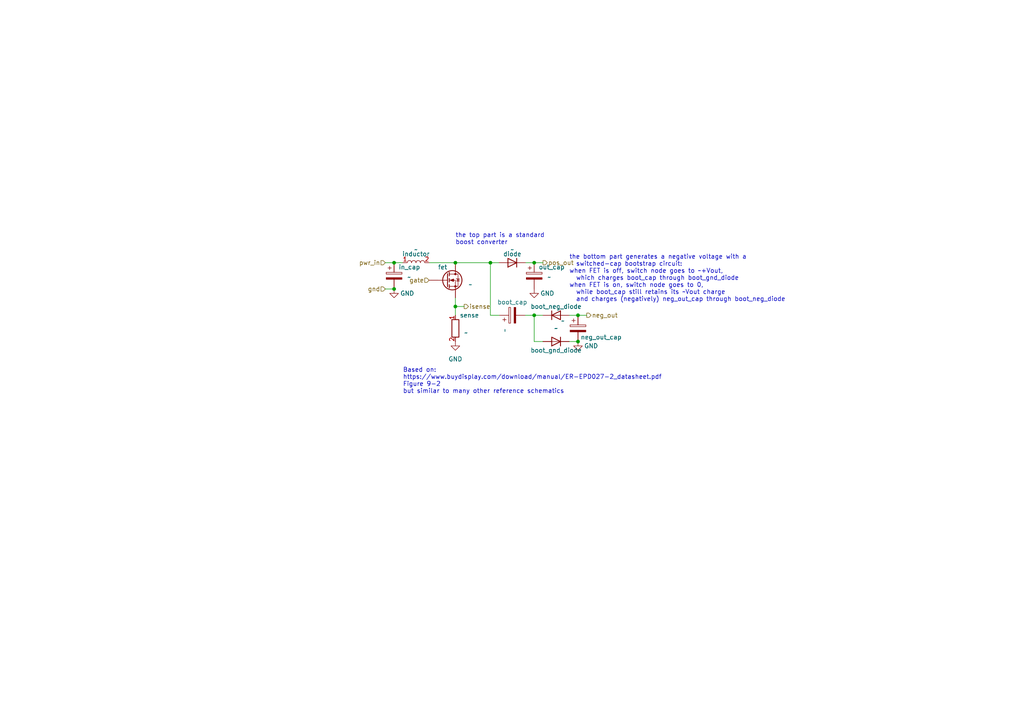
<source format=kicad_sch>
(kicad_sch (version 20230121) (generator eeschema)
  (paper "A4")
  (lib_symbols
    (symbol "C_Polarized_1" (pin_numbers hide) (pin_names (offset 0.254))
      (property "Reference" "C" (at 0.635 2.54 0))
      (property "Value" "C_Polarized" (at 0.635 -2.54 0))
      (symbol "C_Polarized_1_0_1"
        (rectangle (start -2.286 0.508) (end 2.286 1.016))
        (polyline (pts (xy -1.778 2.286) (xy -0.762 2.286)))
        (polyline (pts (xy -1.27 2.794) (xy -1.27 1.778)))
        (rectangle (start 2.286 -0.508) (end -2.286 -1.016) (fill (type outline)))
      )
      (symbol "C_Polarized_1_1_1"
        (pin passive line (at 0 3.81 270) (length 2.794) (name "~") (number "1"))
        (pin passive line (at 0 -3.81 90) (length 2.794) (name "~") (number "2"))
      )
    )
    (symbol "Device:C_Polarized" (pin_numbers hide) (pin_names (offset 0.254))
      (property "Reference" "C" (at 0.635 2.54 0))
      (property "Value" "C_Polarized" (at 0.635 -2.54 0))
      (symbol "C_Polarized_0_1"
        (rectangle (start -2.286 0.508) (end 2.286 1.016))
        (polyline (pts (xy -1.778 2.286) (xy -0.762 2.286)))
        (polyline (pts (xy -1.27 2.794) (xy -1.27 1.778)))
        (rectangle (start 2.286 -0.508) (end -2.286 -1.016) (fill (type outline)))
      )
      (symbol "C_Polarized_1_1"
        (pin passive line (at 0 3.81 270) (length 2.794) (name "~") (number "1"))
        (pin passive line (at 0 -3.81 90) (length 2.794) (name "~") (number "2"))
      )
    )
    (symbol "Device:D" (pin_numbers hide) (pin_names (offset 1.016) hide)
      (property "Reference" "D" (at 0 2.54 0))
      (property "Value" "D" (at 0 -2.54 0))
      (symbol "D_0_1"
        (polyline (pts (xy -1.27 1.27) (xy -1.27 -1.27)) (stroke (width 0.254)))
        (polyline (pts (xy 1.27 0) (xy -1.27 0)))
        (polyline (pts (xy 1.27 1.27) (xy 1.27 -1.27) (xy -1.27 0) (xy 1.27 1.27)) (stroke (width 0.254)))
      )
      (symbol "D_1_1"
        (pin passive line (at -3.81 0 0) (length 2.54) (name "K") (number "1"))
        (pin passive line (at 3.81 0 180) (length 2.54) (name "A") (number "2"))
      )
    )
    (symbol "Device:L" (pin_names (offset 1.016) hide)
      (property "Reference" "L" (at -1.27 0 90))
      (property "Value" "L" (at 1.905 0 90))
      (symbol "L_0_1"
        (arc (start 0 -2.54) (mid 0.6323 -1.905) (end 0 -1.27))
        (arc (start 0 -1.27) (mid 0.6323 -0.635) (end 0 0))
        (arc (start 0 0) (mid 0.6323 0.635) (end 0 1.27))
        (arc (start 0 1.27) (mid 0.6323 1.905) (end 0 2.54))
      )
      (symbol "L_1_1"
        (pin passive line (at 0 3.81 270) (length 1.27) (name "1") (number "1"))
        (pin passive line (at 0 -3.81 90) (length 1.27) (name "2") (number "2"))
      )
    )
    (symbol "Device:Q_NMOS_DGS" (pin_numbers hide) (pin_names (offset 0) hide)
      (property "Reference" "Q" (at 5.08 1.27 0))
      (property "Value" "Q_NMOS_DGS" (at 5.08 -1.27 0))
      (symbol "Q_NMOS_DGS_0_1"
        (polyline (pts (xy 0.254 0) (xy -2.54 0)))
        (polyline (pts (xy 0.254 1.905) (xy 0.254 -1.905)) (stroke (width 0.254)))
        (polyline (pts (xy 0.762 -1.27) (xy 0.762 -2.286)) (stroke (width 0.254)))
        (polyline (pts (xy 0.762 0.508) (xy 0.762 -0.508)) (stroke (width 0.254)))
        (polyline (pts (xy 0.762 2.286) (xy 0.762 1.27)) (stroke (width 0.254)))
        (polyline (pts (xy 2.54 2.54) (xy 2.54 1.778)))
        (polyline (pts (xy 2.54 -2.54) (xy 2.54 0) (xy 0.762 0)))
        (polyline (pts (xy 0.762 -1.778) (xy 3.302 -1.778) (xy 3.302 1.778) (xy 0.762 1.778)))
        (polyline (pts (xy 1.016 0) (xy 2.032 0.381) (xy 2.032 -0.381) (xy 1.016 0)) (fill (type outline)))
        (polyline (pts (xy 2.794 0.508) (xy 2.921 0.381) (xy 3.683 0.381) (xy 3.81 0.254)))
        (polyline (pts (xy 3.302 0.381) (xy 2.921 -0.254) (xy 3.683 -0.254) (xy 3.302 0.381)))
        (circle (center 1.651 0) (radius 2.794) (stroke (width 0.254)))
        (circle (center 2.54 -1.778) (radius 0.254) (fill (type outline)))
        (circle (center 2.54 1.778) (radius 0.254) (fill (type outline)))
      )
      (symbol "Q_NMOS_DGS_1_1"
        (pin passive line (at 2.54 5.08 270) (length 2.54) (name "D") (number "1"))
        (pin input line (at -5.08 0 0) (length 2.54) (name "G") (number "2"))
        (pin passive line (at 2.54 -5.08 90) (length 2.54) (name "S") (number "3"))
      )
    )
    (symbol "Device:R" (pin_names (offset 0))
      (property "Reference" "R" (at 2.032 0 90))
      (property "Value" "R" (at 0 0 90))
      (symbol "R_0_1"
        (rectangle (start -1.016 -2.54) (end 1.016 2.54) (stroke (width 0.254)))
      )
      (symbol "R_1_1"
        (pin passive line (at 0 3.81 270) (length 1.27) (name "~") (number "1"))
        (pin passive line (at 0 -3.81 90) (length 1.27) (name "~") (number "2"))
      )
    )
    (symbol "power:GND" (power) (pin_names (offset 0))
      (property "Value" "GND" (at 0 -3.81 0))
      (symbol "GND_0_1"
        (polyline (pts (xy 0 0) (xy 0 -1.27) (xy 1.27 -1.27) (xy 0 -2.54) (xy -1.27 -1.27) (xy 0 -1.27)))
      )
      (symbol "GND_1_1"
        (pin power_in line (at 0 0 270) (length 0) hide (name "GND") (number "1"))
      )
    )
  )
  (junction (at 167.64 91.44))
  (junction (at 142.24 76.2))
  (junction (at 132.08 76.2))
  (junction (at 154.94 91.44))
  (junction (at 167.64 99.06))
  (junction (at 114.3 83.82))
  (junction (at 154.94 76.2))
  (junction (at 114.3 76.2))
  (junction (at 132.08 88.9))
  (wire (pts (xy 142.24 91.44) (xy 144.78 91.44)))
  (wire (pts (xy 124.46 76.2) (xy 132.08 76.2)))
  (wire (pts (xy 154.94 99.06) (xy 157.48 99.06)))
  (wire (pts (xy 111.76 76.2) (xy 114.3 76.2)))
  (wire (pts (xy 165.1 91.44) (xy 167.64 91.44)))
  (wire (pts (xy 132.08 86.36) (xy 132.08 88.9)))
  (wire (pts (xy 154.94 91.44) (xy 157.48 91.44)))
  (wire (pts (xy 111.76 83.82) (xy 114.3 83.82)))
  (wire (pts (xy 154.94 76.2) (xy 157.48 76.2)))
  (wire (pts (xy 154.94 91.44) (xy 152.4 91.44)))
  (wire (pts (xy 114.3 76.2) (xy 116.84 76.2)))
  (wire (pts (xy 132.08 88.9) (xy 132.08 91.44)))
  (wire (pts (xy 165.1 99.06) (xy 167.64 99.06)))
  (wire (pts (xy 167.64 91.44) (xy 170.18 91.44)))
  (wire (pts (xy 144.78 76.2) (xy 142.24 76.2)))
  (wire (pts (xy 152.4 76.2) (xy 154.94 76.2)))
  (wire (pts (xy 154.94 91.44) (xy 154.94 99.06)))
  (wire (pts (xy 132.08 76.2) (xy 142.24 76.2)))
  (wire (pts (xy 132.08 88.9) (xy 134.62 88.9)))
  (wire (pts (xy 142.24 76.2) (xy 142.24 91.44)))
  (text "the top part is a standard\nboost converter" (at 132.08 71.12 0) (effects (font (size 1.27 1.27)) (justify left bottom)))
  (text "the bottom part generates a negative voltage with a\n  switched-cap bootstrap circuit:\nwhen FET is off, switch node goes to ~+Vout,\n  which charges boot_cap through boot_gnd_diode\nwhen FET is on, switch node goes to 0,\n  while boot_cap still retains its ~Vout charge\n  and charges (negatively) neg_out_cap through boot_neg_diode" (at 165.1 87.63 0) (effects (font (size 1.27 1.27)) (justify left bottom)))
  (text "Based on:\nhttps://www.buydisplay.com/download/manual/ER-EPD027-2_datasheet.pdf\nFigure 9-2\nbut similar to many other reference schematics" (at 116.84 114.3 0) (effects (font (size 1.27 1.27)) (justify left bottom)))
  (hierarchical_label "pwr_in" (shape input) (at 111.76 76.2 180))
  (hierarchical_label "isense" (shape output) (at 134.62 88.9 0))
  (hierarchical_label "neg_out" (shape output) (at 170.18 91.44 0))
  (hierarchical_label "pos_out" (shape output) (at 157.48 76.2 0))
  (hierarchical_label "gate" (shape input) (at 124.46 81.28 180))
  (hierarchical_label "gnd" (shape input) (at 111.76 83.82 180))
  (symbol (lib_id "Device:C_Polarized") (at 154.94 80.01 0) (unit 1)
    (property "Reference" "out_cap" (at 156.21 77.47 0) (effects (justify left)))
    (property "Value" "~" (at 158.75 80.3909 0) (effects (justify left)))
  )
  (symbol (lib_id "Device:C_Polarized") (at 148.59 91.44 90) (unit 1)
    (property "Reference" "boot_cap" (at 148.59 87.63 90))
    (property "Value" "~" (at 146.4311 95.25 0) (effects (justify right)))
  )
  (symbol (lib_id "power:GND") (at 132.08 99.06 0) (unit 1)
    (property "Reference" "#PWR?" (effects hide))
    (property "Value" "GND" (at 132.08 104.14 0))
  )
  (symbol (lib_id "Device:L") (at 120.65 76.2 90) (unit 1)
    (property "Reference" "inductor" (at 120.65 73.66 90))
    (property "Value" "~" (at 120.65 72.39 90))
  )
  (symbol (lib_id "Device:C_Polarized") (at 167.64 95.25 0) (unit 1)
    (property "Reference" "neg_out_cap" (at 180.34 97.79 0) (effects (justify right)))
    (property "Value" "~" (at 163.83 93.0911 0) (effects (justify right)))
  )
  (symbol (lib_id "Device:D") (at 161.29 91.44 0) (unit 1)
    (property "Reference" "boot_neg_diode" (at 161.29 88.9 0))
    (property "Value" "~" (at 161.29 95.25 0))
  )
  (symbol (lib_id "Device:D") (at 148.59 76.2 180) (unit 1)
    (property "Reference" "diode" (at 148.59 73.66 0))
    (property "Value" "~" (at 148.59 72.39 0))
  )
  (symbol (lib_id "power:GND") (at 114.3 83.82 0) (unit 1)
    (property "Reference" "#PWR?" (effects hide))
    (property "Value" "GND" (at 118.11 85.09 0))
  )
  (symbol (lib_id "Device:Q_NMOS_DGS") (at 129.54 81.28 0) (unit 1)
    (property "Reference" "fet" (at 127 77.47 0) (effects (justify left)))
    (property "Value" "~" (at 135.89 82.5499 0) (effects (justify left)))
  )
  (symbol (lib_id "power:GND") (at 154.94 83.82 0) (unit 1)
    (property "Reference" "#PWR?" (effects hide))
    (property "Value" "GND" (at 158.75 85.09 0))
  )
  (symbol (lib_id "Device:D") (at 161.29 99.06 180) (unit 1)
    (property "Reference" "boot_gnd_diode" (at 161.29 101.6 0))
    (property "Value" "~" (at 161.29 95.25 0))
  )
  (symbol (lib_id "Device:R") (at 132.08 95.25 0) (unit 1)
    (property "Reference" "sense" (at 133.35 91.44 0) (effects (justify left)))
    (property "Value" "~" (at 134.62 96.5199 0) (effects (justify left)))
  )
  (symbol (lib_id "power:GND") (at 167.64 99.06 0) (unit 1)
    (property "Reference" "#PWR?" (effects hide))
    (property "Value" "GND" (at 171.45 100.33 0))
  )
  (symbol (lib_name "C_Polarized_1") (lib_id "Device:C_Polarized") (at 114.3 80.01 0) (unit 1)
    (property "Reference" "in_cap" (at 115.57 77.47 0) (effects (justify left)))
    (property "Value" "~" (at 118.11 80.3909 0) (effects (justify left)))
  )
)
</source>
